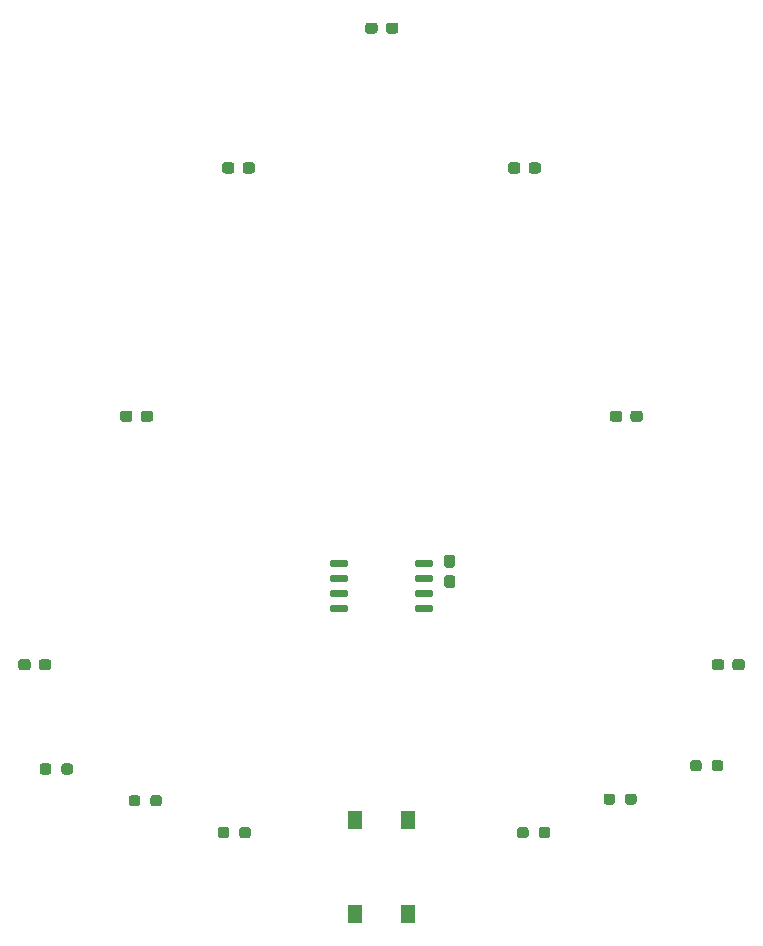
<source format=gtp>
G04 #@! TF.GenerationSoftware,KiCad,Pcbnew,(5.1.10-1-10_14)*
G04 #@! TF.CreationDate,2021-11-27T23:13:30-07:00*
G04 #@! TF.ProjectId,ChristmasTreePCB,43687269-7374-46d6-9173-547265655043,rev?*
G04 #@! TF.SameCoordinates,Original*
G04 #@! TF.FileFunction,Paste,Top*
G04 #@! TF.FilePolarity,Positive*
%FSLAX46Y46*%
G04 Gerber Fmt 4.6, Leading zero omitted, Abs format (unit mm)*
G04 Created by KiCad (PCBNEW (5.1.10-1-10_14)) date 2021-11-27 23:13:30*
%MOMM*%
%LPD*%
G01*
G04 APERTURE LIST*
%ADD10R,1.300000X1.550000*%
G04 APERTURE END LIST*
G36*
G01*
X238362500Y-79104600D02*
X237887500Y-79104600D01*
G75*
G02*
X237650000Y-78867100I0J237500D01*
G01*
X237650000Y-78267100D01*
G75*
G02*
X237887500Y-78029600I237500J0D01*
G01*
X238362500Y-78029600D01*
G75*
G02*
X238600000Y-78267100I0J-237500D01*
G01*
X238600000Y-78867100D01*
G75*
G02*
X238362500Y-79104600I-237500J0D01*
G01*
G37*
G36*
G01*
X238362500Y-77379600D02*
X237887500Y-77379600D01*
G75*
G02*
X237650000Y-77142100I0J237500D01*
G01*
X237650000Y-76542100D01*
G75*
G02*
X237887500Y-76304600I237500J0D01*
G01*
X238362500Y-76304600D01*
G75*
G02*
X238600000Y-76542100I0J-237500D01*
G01*
X238600000Y-77142100D01*
G75*
G02*
X238362500Y-77379600I-237500J0D01*
G01*
G37*
G36*
G01*
X230981700Y-31940900D02*
X230981700Y-31465900D01*
G75*
G02*
X231219200Y-31228400I237500J0D01*
G01*
X231794200Y-31228400D01*
G75*
G02*
X232031700Y-31465900I0J-237500D01*
G01*
X232031700Y-31940900D01*
G75*
G02*
X231794200Y-32178400I-237500J0D01*
G01*
X231219200Y-32178400D01*
G75*
G02*
X230981700Y-31940900I0J237500D01*
G01*
G37*
G36*
G01*
X232731700Y-31940900D02*
X232731700Y-31465900D01*
G75*
G02*
X232969200Y-31228400I237500J0D01*
G01*
X233544200Y-31228400D01*
G75*
G02*
X233781700Y-31465900I0J-237500D01*
G01*
X233781700Y-31940900D01*
G75*
G02*
X233544200Y-32178400I-237500J0D01*
G01*
X232969200Y-32178400D01*
G75*
G02*
X232731700Y-31940900I0J237500D01*
G01*
G37*
G36*
G01*
X261369500Y-85368100D02*
X261369500Y-85843100D01*
G75*
G02*
X261132000Y-86080600I-237500J0D01*
G01*
X260557000Y-86080600D01*
G75*
G02*
X260319500Y-85843100I0J237500D01*
G01*
X260319500Y-85368100D01*
G75*
G02*
X260557000Y-85130600I237500J0D01*
G01*
X261132000Y-85130600D01*
G75*
G02*
X261369500Y-85368100I0J-237500D01*
G01*
G37*
G36*
G01*
X263119500Y-85368100D02*
X263119500Y-85843100D01*
G75*
G02*
X262882000Y-86080600I-237500J0D01*
G01*
X262307000Y-86080600D01*
G75*
G02*
X262069500Y-85843100I0J237500D01*
G01*
X262069500Y-85368100D01*
G75*
G02*
X262307000Y-85130600I237500J0D01*
G01*
X262882000Y-85130600D01*
G75*
G02*
X263119500Y-85368100I0J-237500D01*
G01*
G37*
G36*
G01*
X218854100Y-43781100D02*
X218854100Y-43306100D01*
G75*
G02*
X219091600Y-43068600I237500J0D01*
G01*
X219666600Y-43068600D01*
G75*
G02*
X219904100Y-43306100I0J-237500D01*
G01*
X219904100Y-43781100D01*
G75*
G02*
X219666600Y-44018600I-237500J0D01*
G01*
X219091600Y-44018600D01*
G75*
G02*
X218854100Y-43781100I0J237500D01*
G01*
G37*
G36*
G01*
X220604100Y-43781100D02*
X220604100Y-43306100D01*
G75*
G02*
X220841600Y-43068600I237500J0D01*
G01*
X221416600Y-43068600D01*
G75*
G02*
X221654100Y-43306100I0J-237500D01*
G01*
X221654100Y-43781100D01*
G75*
G02*
X221416600Y-44018600I-237500J0D01*
G01*
X220841600Y-44018600D01*
G75*
G02*
X220604100Y-43781100I0J237500D01*
G01*
G37*
G36*
G01*
X244114300Y-43306100D02*
X244114300Y-43781100D01*
G75*
G02*
X243876800Y-44018600I-237500J0D01*
G01*
X243301800Y-44018600D01*
G75*
G02*
X243064300Y-43781100I0J237500D01*
G01*
X243064300Y-43306100D01*
G75*
G02*
X243301800Y-43068600I237500J0D01*
G01*
X243876800Y-43068600D01*
G75*
G02*
X244114300Y-43306100I0J-237500D01*
G01*
G37*
G36*
G01*
X245864300Y-43306100D02*
X245864300Y-43781100D01*
G75*
G02*
X245626800Y-44018600I-237500J0D01*
G01*
X245051800Y-44018600D01*
G75*
G02*
X244814300Y-43781100I0J237500D01*
G01*
X244814300Y-43306100D01*
G75*
G02*
X245051800Y-43068600I237500J0D01*
G01*
X245626800Y-43068600D01*
G75*
G02*
X245864300Y-43306100I0J-237500D01*
G01*
G37*
G36*
G01*
X210226500Y-64809100D02*
X210226500Y-64334100D01*
G75*
G02*
X210464000Y-64096600I237500J0D01*
G01*
X211039000Y-64096600D01*
G75*
G02*
X211276500Y-64334100I0J-237500D01*
G01*
X211276500Y-64809100D01*
G75*
G02*
X211039000Y-65046600I-237500J0D01*
G01*
X210464000Y-65046600D01*
G75*
G02*
X210226500Y-64809100I0J237500D01*
G01*
G37*
G36*
G01*
X211976500Y-64809100D02*
X211976500Y-64334100D01*
G75*
G02*
X212214000Y-64096600I237500J0D01*
G01*
X212789000Y-64096600D01*
G75*
G02*
X213026500Y-64334100I0J-237500D01*
G01*
X213026500Y-64809100D01*
G75*
G02*
X212789000Y-65046600I-237500J0D01*
G01*
X212214000Y-65046600D01*
G75*
G02*
X211976500Y-64809100I0J237500D01*
G01*
G37*
G36*
G01*
X252741900Y-64334100D02*
X252741900Y-64809100D01*
G75*
G02*
X252504400Y-65046600I-237500J0D01*
G01*
X251929400Y-65046600D01*
G75*
G02*
X251691900Y-64809100I0J237500D01*
G01*
X251691900Y-64334100D01*
G75*
G02*
X251929400Y-64096600I237500J0D01*
G01*
X252504400Y-64096600D01*
G75*
G02*
X252741900Y-64334100I0J-237500D01*
G01*
G37*
G36*
G01*
X254491900Y-64334100D02*
X254491900Y-64809100D01*
G75*
G02*
X254254400Y-65046600I-237500J0D01*
G01*
X253679400Y-65046600D01*
G75*
G02*
X253441900Y-64809100I0J237500D01*
G01*
X253441900Y-64334100D01*
G75*
G02*
X253679400Y-64096600I237500J0D01*
G01*
X254254400Y-64096600D01*
G75*
G02*
X254491900Y-64334100I0J-237500D01*
G01*
G37*
G36*
G01*
X201598900Y-85843100D02*
X201598900Y-85368100D01*
G75*
G02*
X201836400Y-85130600I237500J0D01*
G01*
X202411400Y-85130600D01*
G75*
G02*
X202648900Y-85368100I0J-237500D01*
G01*
X202648900Y-85843100D01*
G75*
G02*
X202411400Y-86080600I-237500J0D01*
G01*
X201836400Y-86080600D01*
G75*
G02*
X201598900Y-85843100I0J237500D01*
G01*
G37*
G36*
G01*
X203348900Y-85843100D02*
X203348900Y-85368100D01*
G75*
G02*
X203586400Y-85130600I237500J0D01*
G01*
X204161400Y-85130600D01*
G75*
G02*
X204398900Y-85368100I0J-237500D01*
G01*
X204398900Y-85843100D01*
G75*
G02*
X204161400Y-86080600I-237500J0D01*
G01*
X203586400Y-86080600D01*
G75*
G02*
X203348900Y-85843100I0J237500D01*
G01*
G37*
G36*
G01*
X213761334Y-96884934D02*
X213761334Y-97359934D01*
G75*
G02*
X213523834Y-97597434I-237500J0D01*
G01*
X213023834Y-97597434D01*
G75*
G02*
X212786334Y-97359934I0J237500D01*
G01*
X212786334Y-96884934D01*
G75*
G02*
X213023834Y-96647434I237500J0D01*
G01*
X213523834Y-96647434D01*
G75*
G02*
X213761334Y-96884934I0J-237500D01*
G01*
G37*
G36*
G01*
X211936334Y-96884934D02*
X211936334Y-97359934D01*
G75*
G02*
X211698834Y-97597434I-237500J0D01*
G01*
X211198834Y-97597434D01*
G75*
G02*
X210961334Y-97359934I0J237500D01*
G01*
X210961334Y-96884934D01*
G75*
G02*
X211198834Y-96647434I237500J0D01*
G01*
X211698834Y-96647434D01*
G75*
G02*
X211936334Y-96884934I0J-237500D01*
G01*
G37*
G36*
G01*
X205251400Y-94667100D02*
X205251400Y-94192100D01*
G75*
G02*
X205488900Y-93954600I237500J0D01*
G01*
X205988900Y-93954600D01*
G75*
G02*
X206226400Y-94192100I0J-237500D01*
G01*
X206226400Y-94667100D01*
G75*
G02*
X205988900Y-94904600I-237500J0D01*
G01*
X205488900Y-94904600D01*
G75*
G02*
X205251400Y-94667100I0J237500D01*
G01*
G37*
G36*
G01*
X203426400Y-94667100D02*
X203426400Y-94192100D01*
G75*
G02*
X203663900Y-93954600I237500J0D01*
G01*
X204163900Y-93954600D01*
G75*
G02*
X204401400Y-94192100I0J-237500D01*
G01*
X204401400Y-94667100D01*
G75*
G02*
X204163900Y-94904600I-237500J0D01*
G01*
X203663900Y-94904600D01*
G75*
G02*
X203426400Y-94667100I0J237500D01*
G01*
G37*
G36*
G01*
X261292000Y-93912099D02*
X261292000Y-94387099D01*
G75*
G02*
X261054500Y-94624599I-237500J0D01*
G01*
X260554500Y-94624599D01*
G75*
G02*
X260317000Y-94387099I0J237500D01*
G01*
X260317000Y-93912099D01*
G75*
G02*
X260554500Y-93674599I237500J0D01*
G01*
X261054500Y-93674599D01*
G75*
G02*
X261292000Y-93912099I0J-237500D01*
G01*
G37*
G36*
G01*
X259467000Y-93912099D02*
X259467000Y-94387099D01*
G75*
G02*
X259229500Y-94624599I-237500J0D01*
G01*
X258729500Y-94624599D01*
G75*
G02*
X258492000Y-94387099I0J237500D01*
G01*
X258492000Y-93912099D01*
G75*
G02*
X258729500Y-93674599I237500J0D01*
G01*
X259229500Y-93674599D01*
G75*
G02*
X259467000Y-93912099I0J-237500D01*
G01*
G37*
G36*
G01*
X252989066Y-97219933D02*
X252989066Y-96744933D01*
G75*
G02*
X253226566Y-96507433I237500J0D01*
G01*
X253726566Y-96507433D01*
G75*
G02*
X253964066Y-96744933I0J-237500D01*
G01*
X253964066Y-97219933D01*
G75*
G02*
X253726566Y-97457433I-237500J0D01*
G01*
X253226566Y-97457433D01*
G75*
G02*
X252989066Y-97219933I0J237500D01*
G01*
G37*
G36*
G01*
X251164066Y-97219933D02*
X251164066Y-96744933D01*
G75*
G02*
X251401566Y-96507433I237500J0D01*
G01*
X251901566Y-96507433D01*
G75*
G02*
X252139066Y-96744933I0J-237500D01*
G01*
X252139066Y-97219933D01*
G75*
G02*
X251901566Y-97457433I-237500J0D01*
G01*
X251401566Y-97457433D01*
G75*
G02*
X251164066Y-97219933I0J237500D01*
G01*
G37*
G36*
G01*
X221296268Y-99577768D02*
X221296268Y-100052768D01*
G75*
G02*
X221058768Y-100290268I-237500J0D01*
G01*
X220558768Y-100290268D01*
G75*
G02*
X220321268Y-100052768I0J237500D01*
G01*
X220321268Y-99577768D01*
G75*
G02*
X220558768Y-99340268I237500J0D01*
G01*
X221058768Y-99340268D01*
G75*
G02*
X221296268Y-99577768I0J-237500D01*
G01*
G37*
G36*
G01*
X219471268Y-99577768D02*
X219471268Y-100052768D01*
G75*
G02*
X219233768Y-100290268I-237500J0D01*
G01*
X218733768Y-100290268D01*
G75*
G02*
X218496268Y-100052768I0J237500D01*
G01*
X218496268Y-99577768D01*
G75*
G02*
X218733768Y-99340268I237500J0D01*
G01*
X219233768Y-99340268D01*
G75*
G02*
X219471268Y-99577768I0J-237500D01*
G01*
G37*
G36*
G01*
X245661133Y-100052768D02*
X245661133Y-99577768D01*
G75*
G02*
X245898633Y-99340268I237500J0D01*
G01*
X246398633Y-99340268D01*
G75*
G02*
X246636133Y-99577768I0J-237500D01*
G01*
X246636133Y-100052768D01*
G75*
G02*
X246398633Y-100290268I-237500J0D01*
G01*
X245898633Y-100290268D01*
G75*
G02*
X245661133Y-100052768I0J237500D01*
G01*
G37*
G36*
G01*
X243836133Y-100052768D02*
X243836133Y-99577768D01*
G75*
G02*
X244073633Y-99340268I237500J0D01*
G01*
X244573633Y-99340268D01*
G75*
G02*
X244811133Y-99577768I0J-237500D01*
G01*
X244811133Y-100052768D01*
G75*
G02*
X244573633Y-100290268I-237500J0D01*
G01*
X244073633Y-100290268D01*
G75*
G02*
X243836133Y-100052768I0J237500D01*
G01*
G37*
G36*
G01*
X227959200Y-77189600D02*
X227959200Y-76889600D01*
G75*
G02*
X228109200Y-76739600I150000J0D01*
G01*
X229409200Y-76739600D01*
G75*
G02*
X229559200Y-76889600I0J-150000D01*
G01*
X229559200Y-77189600D01*
G75*
G02*
X229409200Y-77339600I-150000J0D01*
G01*
X228109200Y-77339600D01*
G75*
G02*
X227959200Y-77189600I0J150000D01*
G01*
G37*
G36*
G01*
X227959200Y-78459600D02*
X227959200Y-78159600D01*
G75*
G02*
X228109200Y-78009600I150000J0D01*
G01*
X229409200Y-78009600D01*
G75*
G02*
X229559200Y-78159600I0J-150000D01*
G01*
X229559200Y-78459600D01*
G75*
G02*
X229409200Y-78609600I-150000J0D01*
G01*
X228109200Y-78609600D01*
G75*
G02*
X227959200Y-78459600I0J150000D01*
G01*
G37*
G36*
G01*
X227959200Y-79729600D02*
X227959200Y-79429600D01*
G75*
G02*
X228109200Y-79279600I150000J0D01*
G01*
X229409200Y-79279600D01*
G75*
G02*
X229559200Y-79429600I0J-150000D01*
G01*
X229559200Y-79729600D01*
G75*
G02*
X229409200Y-79879600I-150000J0D01*
G01*
X228109200Y-79879600D01*
G75*
G02*
X227959200Y-79729600I0J150000D01*
G01*
G37*
G36*
G01*
X227959200Y-80999600D02*
X227959200Y-80699600D01*
G75*
G02*
X228109200Y-80549600I150000J0D01*
G01*
X229409200Y-80549600D01*
G75*
G02*
X229559200Y-80699600I0J-150000D01*
G01*
X229559200Y-80999600D01*
G75*
G02*
X229409200Y-81149600I-150000J0D01*
G01*
X228109200Y-81149600D01*
G75*
G02*
X227959200Y-80999600I0J150000D01*
G01*
G37*
G36*
G01*
X235159200Y-80999600D02*
X235159200Y-80699600D01*
G75*
G02*
X235309200Y-80549600I150000J0D01*
G01*
X236609200Y-80549600D01*
G75*
G02*
X236759200Y-80699600I0J-150000D01*
G01*
X236759200Y-80999600D01*
G75*
G02*
X236609200Y-81149600I-150000J0D01*
G01*
X235309200Y-81149600D01*
G75*
G02*
X235159200Y-80999600I0J150000D01*
G01*
G37*
G36*
G01*
X235159200Y-79729600D02*
X235159200Y-79429600D01*
G75*
G02*
X235309200Y-79279600I150000J0D01*
G01*
X236609200Y-79279600D01*
G75*
G02*
X236759200Y-79429600I0J-150000D01*
G01*
X236759200Y-79729600D01*
G75*
G02*
X236609200Y-79879600I-150000J0D01*
G01*
X235309200Y-79879600D01*
G75*
G02*
X235159200Y-79729600I0J150000D01*
G01*
G37*
G36*
G01*
X235159200Y-78459600D02*
X235159200Y-78159600D01*
G75*
G02*
X235309200Y-78009600I150000J0D01*
G01*
X236609200Y-78009600D01*
G75*
G02*
X236759200Y-78159600I0J-150000D01*
G01*
X236759200Y-78459600D01*
G75*
G02*
X236609200Y-78609600I-150000J0D01*
G01*
X235309200Y-78609600D01*
G75*
G02*
X235159200Y-78459600I0J150000D01*
G01*
G37*
G36*
G01*
X235159200Y-77189600D02*
X235159200Y-76889600D01*
G75*
G02*
X235309200Y-76739600I150000J0D01*
G01*
X236609200Y-76739600D01*
G75*
G02*
X236759200Y-76889600I0J-150000D01*
G01*
X236759200Y-77189600D01*
G75*
G02*
X236609200Y-77339600I-150000J0D01*
G01*
X235309200Y-77339600D01*
G75*
G02*
X235159200Y-77189600I0J150000D01*
G01*
G37*
D10*
X234609200Y-106733101D03*
X230109200Y-106733101D03*
X230109200Y-98773101D03*
X234609200Y-98773101D03*
M02*

</source>
